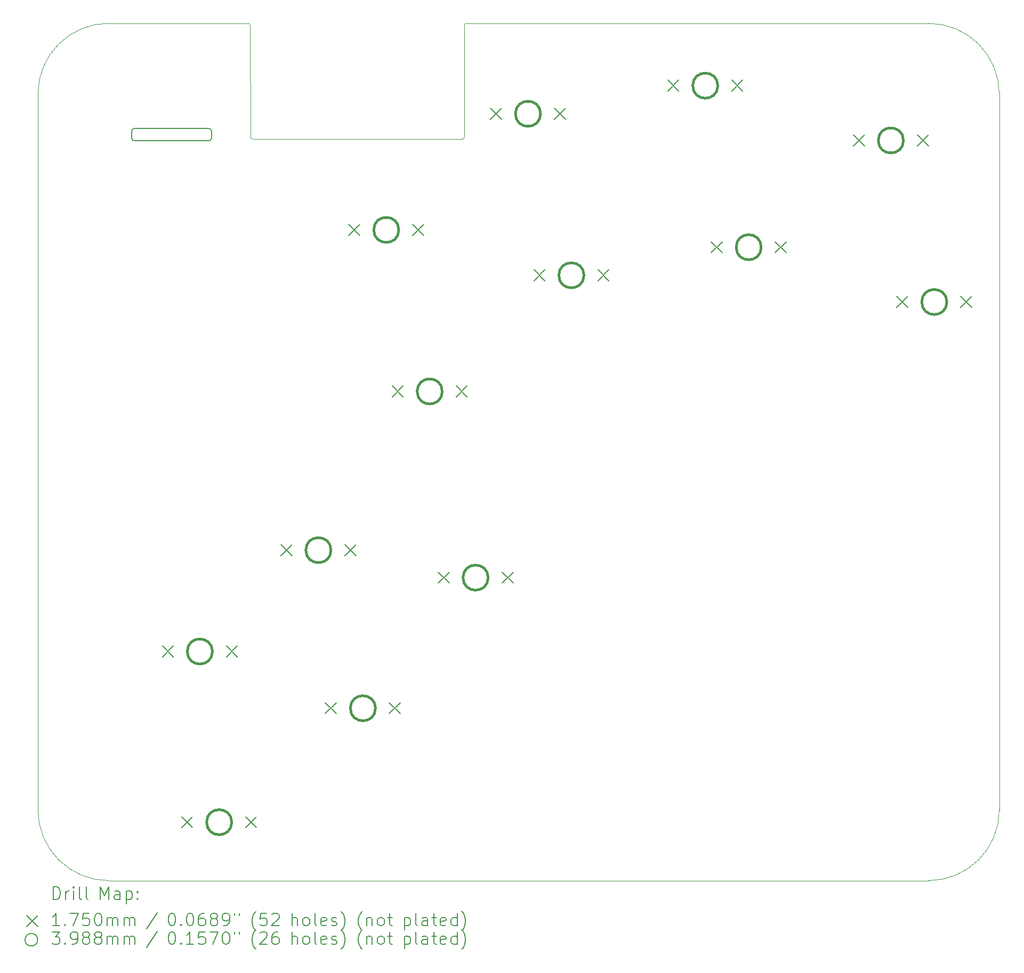
<source format=gbr>
%TF.GenerationSoftware,KiCad,Pcbnew,(7.0.0)*%
%TF.CreationDate,2025-06-06T01:27:25-07:00*%
%TF.ProjectId,HybridBoxNew,48796272-6964-4426-9f78-4e65772e6b69,rev?*%
%TF.SameCoordinates,Original*%
%TF.FileFunction,Drillmap*%
%TF.FilePolarity,Positive*%
%FSLAX45Y45*%
G04 Gerber Fmt 4.5, Leading zero omitted, Abs format (unit mm)*
G04 Created by KiCad (PCBNEW (7.0.0)) date 2025-06-06 01:27:25*
%MOMM*%
%LPD*%
G01*
G04 APERTURE LIST*
%ADD10C,0.100000*%
%ADD11C,0.200000*%
%ADD12C,0.175000*%
%ADD13C,0.398780*%
G04 APERTURE END LIST*
D10*
X25351876Y-5216006D02*
G75*
G03*
X25386876Y-5181000I-6J35006D01*
G01*
D11*
X21369000Y-5089000D02*
G75*
G03*
X21329000Y-5049000I-40000J0D01*
G01*
D10*
X18612000Y-4502000D02*
X18612000Y-15874000D01*
X33882000Y-4502000D02*
X33882000Y-15874000D01*
X19737000Y-16999000D02*
X32757000Y-16999000D01*
D11*
X21329000Y-5242000D02*
G75*
G03*
X21369000Y-5202000I0J40000D01*
G01*
X20141000Y-5049000D02*
G75*
G03*
X20101000Y-5089000I0J-40000D01*
G01*
X20101000Y-5202000D02*
X20101000Y-5089000D01*
D10*
X25386876Y-5181000D02*
X25383500Y-3412748D01*
D11*
X20101000Y-5202000D02*
G75*
G03*
X20141000Y-5242000I40000J0D01*
G01*
X21329000Y-5242000D02*
X20141000Y-5242000D01*
X21369000Y-5089000D02*
X21369000Y-5202000D01*
X20141000Y-5049000D02*
X21329000Y-5049000D01*
D10*
X25418500Y-3377750D02*
G75*
G03*
X25383500Y-3412748I0J-35000D01*
G01*
X19737000Y-3377000D02*
G75*
G03*
X18612000Y-4502000I0J-1125000D01*
G01*
X33882000Y-4502000D02*
G75*
G03*
X32757000Y-3377000I-1125000J0D01*
G01*
X21948500Y-3378000D02*
X19737000Y-3377000D01*
X32757000Y-16999000D02*
G75*
G03*
X33882000Y-15874000I0J1125000D01*
G01*
X21983500Y-3412000D02*
X21987124Y-5181000D01*
X25418500Y-3377749D02*
X32757000Y-3377000D01*
X18612000Y-15874000D02*
G75*
G03*
X19737000Y-16999000I1125000J0D01*
G01*
X21987130Y-5181000D02*
G75*
G03*
X22022124Y-5216000I35000J0D01*
G01*
X21983500Y-3413000D02*
G75*
G03*
X21948500Y-3378000I-35000J0D01*
G01*
X25351876Y-5216000D02*
X22022124Y-5216000D01*
D11*
D12*
X20588118Y-13270844D02*
X20763118Y-13445844D01*
X20763118Y-13270844D02*
X20588118Y-13445844D01*
X20588118Y-13270844D02*
X20763118Y-13445844D01*
X20763118Y-13270844D02*
X20588118Y-13445844D01*
X20895245Y-15983083D02*
X21070245Y-16158083D01*
X21070245Y-15983083D02*
X20895245Y-16158083D01*
X20895245Y-15983083D02*
X21070245Y-16158083D01*
X21070245Y-15983083D02*
X20895245Y-16158083D01*
X21604118Y-13270844D02*
X21779118Y-13445844D01*
X21779118Y-13270844D02*
X21604118Y-13445844D01*
X21604118Y-13270844D02*
X21779118Y-13445844D01*
X21779118Y-13270844D02*
X21604118Y-13445844D01*
X21911245Y-15983083D02*
X22086245Y-16158083D01*
X22086245Y-15983083D02*
X21911245Y-16158083D01*
X21911245Y-15983083D02*
X22086245Y-16158083D01*
X22086245Y-15983083D02*
X21911245Y-16158083D01*
X22471356Y-11660396D02*
X22646356Y-11835396D01*
X22646356Y-11660396D02*
X22471356Y-11835396D01*
X22471356Y-11660396D02*
X22646356Y-11835396D01*
X22646356Y-11660396D02*
X22471356Y-11835396D01*
X23178484Y-14172636D02*
X23353484Y-14347636D01*
X23353484Y-14172636D02*
X23178484Y-14347636D01*
X23178484Y-14172636D02*
X23353484Y-14347636D01*
X23353484Y-14172636D02*
X23178484Y-14347636D01*
X23487356Y-11660396D02*
X23662356Y-11835396D01*
X23662356Y-11660396D02*
X23487356Y-11835396D01*
X23487356Y-11660396D02*
X23662356Y-11835396D01*
X23662356Y-11660396D02*
X23487356Y-11835396D01*
X23549223Y-6572013D02*
X23724223Y-6747013D01*
X23724223Y-6572013D02*
X23549223Y-6747013D01*
X23549223Y-6572013D02*
X23724223Y-6747013D01*
X23724223Y-6572013D02*
X23549223Y-6747013D01*
X24194484Y-14172636D02*
X24369484Y-14347636D01*
X24369484Y-14172636D02*
X24194484Y-14347636D01*
X24194484Y-14172636D02*
X24369484Y-14347636D01*
X24369484Y-14172636D02*
X24194484Y-14347636D01*
X24238797Y-9138837D02*
X24413797Y-9313837D01*
X24413797Y-9138837D02*
X24238797Y-9313837D01*
X24238797Y-9138837D02*
X24413797Y-9313837D01*
X24413797Y-9138837D02*
X24238797Y-9313837D01*
X24565223Y-6572013D02*
X24740223Y-6747013D01*
X24740223Y-6572013D02*
X24565223Y-6747013D01*
X24565223Y-6572013D02*
X24740223Y-6747013D01*
X24740223Y-6572013D02*
X24565223Y-6747013D01*
X24968012Y-12097255D02*
X25143012Y-12272255D01*
X25143012Y-12097255D02*
X24968012Y-12272255D01*
X24968012Y-12097255D02*
X25143012Y-12272255D01*
X25143012Y-12097255D02*
X24968012Y-12272255D01*
X25254797Y-9138837D02*
X25429797Y-9313837D01*
X25429797Y-9138837D02*
X25254797Y-9313837D01*
X25254797Y-9138837D02*
X25429797Y-9313837D01*
X25429797Y-9138837D02*
X25254797Y-9313837D01*
X25800186Y-4726952D02*
X25975186Y-4901952D01*
X25975186Y-4726952D02*
X25800186Y-4901952D01*
X25800186Y-4726952D02*
X25975186Y-4901952D01*
X25975186Y-4726952D02*
X25800186Y-4901952D01*
X25984012Y-12097255D02*
X26159012Y-12272255D01*
X26159012Y-12097255D02*
X25984012Y-12272255D01*
X25984012Y-12097255D02*
X26159012Y-12272255D01*
X26159012Y-12097255D02*
X25984012Y-12272255D01*
X26489785Y-7293873D02*
X26664785Y-7468873D01*
X26664785Y-7293873D02*
X26489785Y-7468873D01*
X26489785Y-7293873D02*
X26664785Y-7468873D01*
X26664785Y-7293873D02*
X26489785Y-7468873D01*
X26816186Y-4726952D02*
X26991186Y-4901952D01*
X26991186Y-4726952D02*
X26816186Y-4901952D01*
X26816186Y-4726952D02*
X26991186Y-4901952D01*
X26991186Y-4726952D02*
X26816186Y-4901952D01*
X27505785Y-7293873D02*
X27680785Y-7468873D01*
X27680785Y-7293873D02*
X27505785Y-7468873D01*
X27505785Y-7293873D02*
X27680785Y-7468873D01*
X27680785Y-7293873D02*
X27505785Y-7468873D01*
X28616067Y-4280433D02*
X28791067Y-4455433D01*
X28791067Y-4280433D02*
X28616067Y-4455433D01*
X28616067Y-4280433D02*
X28791067Y-4455433D01*
X28791067Y-4280433D02*
X28616067Y-4455433D01*
X29305667Y-6847354D02*
X29480667Y-7022354D01*
X29480667Y-6847354D02*
X29305667Y-7022354D01*
X29305667Y-6847354D02*
X29480667Y-7022354D01*
X29480667Y-6847354D02*
X29305667Y-7022354D01*
X29632067Y-4280433D02*
X29807067Y-4455433D01*
X29807067Y-4280433D02*
X29632067Y-4455433D01*
X29632067Y-4280433D02*
X29807067Y-4455433D01*
X29807067Y-4280433D02*
X29632067Y-4455433D01*
X30321667Y-6847354D02*
X30496667Y-7022354D01*
X30496667Y-6847354D02*
X30321667Y-7022354D01*
X30321667Y-6847354D02*
X30496667Y-7022354D01*
X30496667Y-6847354D02*
X30321667Y-7022354D01*
X31564057Y-5150691D02*
X31739057Y-5325691D01*
X31739057Y-5150691D02*
X31564057Y-5325691D01*
X31564057Y-5150691D02*
X31739057Y-5325691D01*
X31739057Y-5150691D02*
X31564057Y-5325691D01*
X32253656Y-7717612D02*
X32428656Y-7892612D01*
X32428656Y-7717612D02*
X32253656Y-7892612D01*
X32253656Y-7717612D02*
X32428656Y-7892612D01*
X32428656Y-7717612D02*
X32253656Y-7892612D01*
X32580057Y-5150691D02*
X32755057Y-5325691D01*
X32755057Y-5150691D02*
X32580057Y-5325691D01*
X32580057Y-5150691D02*
X32755057Y-5325691D01*
X32755057Y-5150691D02*
X32580057Y-5325691D01*
X33269656Y-7717612D02*
X33444656Y-7892612D01*
X33444656Y-7717612D02*
X33269656Y-7892612D01*
X33269656Y-7717612D02*
X33444656Y-7892612D01*
X33444656Y-7717612D02*
X33269656Y-7892612D01*
D13*
X21383008Y-13358344D02*
G75*
G03*
X21383008Y-13358344I-199390J0D01*
G01*
X21383008Y-13358344D02*
G75*
G03*
X21383008Y-13358344I-199390J0D01*
G01*
X21690135Y-16070583D02*
G75*
G03*
X21690135Y-16070583I-199390J0D01*
G01*
X21690135Y-16070583D02*
G75*
G03*
X21690135Y-16070583I-199390J0D01*
G01*
X23266246Y-11747896D02*
G75*
G03*
X23266246Y-11747896I-199390J0D01*
G01*
X23266246Y-11747896D02*
G75*
G03*
X23266246Y-11747896I-199390J0D01*
G01*
X23973374Y-14260136D02*
G75*
G03*
X23973374Y-14260136I-199390J0D01*
G01*
X23973374Y-14260136D02*
G75*
G03*
X23973374Y-14260136I-199390J0D01*
G01*
X24344113Y-6659513D02*
G75*
G03*
X24344113Y-6659513I-199390J0D01*
G01*
X24344113Y-6659513D02*
G75*
G03*
X24344113Y-6659513I-199390J0D01*
G01*
X25033687Y-9226337D02*
G75*
G03*
X25033687Y-9226337I-199390J0D01*
G01*
X25033687Y-9226337D02*
G75*
G03*
X25033687Y-9226337I-199390J0D01*
G01*
X25762902Y-12184755D02*
G75*
G03*
X25762902Y-12184755I-199390J0D01*
G01*
X25762902Y-12184755D02*
G75*
G03*
X25762902Y-12184755I-199390J0D01*
G01*
X26595076Y-4814452D02*
G75*
G03*
X26595076Y-4814452I-199390J0D01*
G01*
X26595076Y-4814452D02*
G75*
G03*
X26595076Y-4814452I-199390J0D01*
G01*
X27284675Y-7381373D02*
G75*
G03*
X27284675Y-7381373I-199390J0D01*
G01*
X27284675Y-7381373D02*
G75*
G03*
X27284675Y-7381373I-199390J0D01*
G01*
X29410957Y-4367933D02*
G75*
G03*
X29410957Y-4367933I-199390J0D01*
G01*
X29410957Y-4367933D02*
G75*
G03*
X29410957Y-4367933I-199390J0D01*
G01*
X30100557Y-6934854D02*
G75*
G03*
X30100557Y-6934854I-199390J0D01*
G01*
X30100557Y-6934854D02*
G75*
G03*
X30100557Y-6934854I-199390J0D01*
G01*
X32358947Y-5238191D02*
G75*
G03*
X32358947Y-5238191I-199390J0D01*
G01*
X32358947Y-5238191D02*
G75*
G03*
X32358947Y-5238191I-199390J0D01*
G01*
X33048546Y-7805112D02*
G75*
G03*
X33048546Y-7805112I-199390J0D01*
G01*
X33048546Y-7805112D02*
G75*
G03*
X33048546Y-7805112I-199390J0D01*
G01*
D11*
X18854619Y-17297476D02*
X18854619Y-17097476D01*
X18854619Y-17097476D02*
X18902238Y-17097476D01*
X18902238Y-17097476D02*
X18930810Y-17107000D01*
X18930810Y-17107000D02*
X18949857Y-17126048D01*
X18949857Y-17126048D02*
X18959381Y-17145095D01*
X18959381Y-17145095D02*
X18968905Y-17183190D01*
X18968905Y-17183190D02*
X18968905Y-17211762D01*
X18968905Y-17211762D02*
X18959381Y-17249857D01*
X18959381Y-17249857D02*
X18949857Y-17268905D01*
X18949857Y-17268905D02*
X18930810Y-17287952D01*
X18930810Y-17287952D02*
X18902238Y-17297476D01*
X18902238Y-17297476D02*
X18854619Y-17297476D01*
X19054619Y-17297476D02*
X19054619Y-17164143D01*
X19054619Y-17202238D02*
X19064143Y-17183190D01*
X19064143Y-17183190D02*
X19073667Y-17173667D01*
X19073667Y-17173667D02*
X19092714Y-17164143D01*
X19092714Y-17164143D02*
X19111762Y-17164143D01*
X19178429Y-17297476D02*
X19178429Y-17164143D01*
X19178429Y-17097476D02*
X19168905Y-17107000D01*
X19168905Y-17107000D02*
X19178429Y-17116524D01*
X19178429Y-17116524D02*
X19187952Y-17107000D01*
X19187952Y-17107000D02*
X19178429Y-17097476D01*
X19178429Y-17097476D02*
X19178429Y-17116524D01*
X19302238Y-17297476D02*
X19283190Y-17287952D01*
X19283190Y-17287952D02*
X19273667Y-17268905D01*
X19273667Y-17268905D02*
X19273667Y-17097476D01*
X19407000Y-17297476D02*
X19387952Y-17287952D01*
X19387952Y-17287952D02*
X19378429Y-17268905D01*
X19378429Y-17268905D02*
X19378429Y-17097476D01*
X19603190Y-17297476D02*
X19603190Y-17097476D01*
X19603190Y-17097476D02*
X19669857Y-17240333D01*
X19669857Y-17240333D02*
X19736524Y-17097476D01*
X19736524Y-17097476D02*
X19736524Y-17297476D01*
X19917476Y-17297476D02*
X19917476Y-17192714D01*
X19917476Y-17192714D02*
X19907952Y-17173667D01*
X19907952Y-17173667D02*
X19888905Y-17164143D01*
X19888905Y-17164143D02*
X19850809Y-17164143D01*
X19850809Y-17164143D02*
X19831762Y-17173667D01*
X19917476Y-17287952D02*
X19898429Y-17297476D01*
X19898429Y-17297476D02*
X19850809Y-17297476D01*
X19850809Y-17297476D02*
X19831762Y-17287952D01*
X19831762Y-17287952D02*
X19822238Y-17268905D01*
X19822238Y-17268905D02*
X19822238Y-17249857D01*
X19822238Y-17249857D02*
X19831762Y-17230810D01*
X19831762Y-17230810D02*
X19850809Y-17221286D01*
X19850809Y-17221286D02*
X19898429Y-17221286D01*
X19898429Y-17221286D02*
X19917476Y-17211762D01*
X20012714Y-17164143D02*
X20012714Y-17364143D01*
X20012714Y-17173667D02*
X20031762Y-17164143D01*
X20031762Y-17164143D02*
X20069857Y-17164143D01*
X20069857Y-17164143D02*
X20088905Y-17173667D01*
X20088905Y-17173667D02*
X20098429Y-17183190D01*
X20098429Y-17183190D02*
X20107952Y-17202238D01*
X20107952Y-17202238D02*
X20107952Y-17259381D01*
X20107952Y-17259381D02*
X20098429Y-17278429D01*
X20098429Y-17278429D02*
X20088905Y-17287952D01*
X20088905Y-17287952D02*
X20069857Y-17297476D01*
X20069857Y-17297476D02*
X20031762Y-17297476D01*
X20031762Y-17297476D02*
X20012714Y-17287952D01*
X20193667Y-17278429D02*
X20203190Y-17287952D01*
X20203190Y-17287952D02*
X20193667Y-17297476D01*
X20193667Y-17297476D02*
X20184143Y-17287952D01*
X20184143Y-17287952D02*
X20193667Y-17278429D01*
X20193667Y-17278429D02*
X20193667Y-17297476D01*
X20193667Y-17173667D02*
X20203190Y-17183190D01*
X20203190Y-17183190D02*
X20193667Y-17192714D01*
X20193667Y-17192714D02*
X20184143Y-17183190D01*
X20184143Y-17183190D02*
X20193667Y-17173667D01*
X20193667Y-17173667D02*
X20193667Y-17192714D01*
D12*
X18432000Y-17556500D02*
X18607000Y-17731500D01*
X18607000Y-17556500D02*
X18432000Y-17731500D01*
D11*
X18959381Y-17717476D02*
X18845095Y-17717476D01*
X18902238Y-17717476D02*
X18902238Y-17517476D01*
X18902238Y-17517476D02*
X18883190Y-17546048D01*
X18883190Y-17546048D02*
X18864143Y-17565095D01*
X18864143Y-17565095D02*
X18845095Y-17574619D01*
X19045095Y-17698429D02*
X19054619Y-17707952D01*
X19054619Y-17707952D02*
X19045095Y-17717476D01*
X19045095Y-17717476D02*
X19035571Y-17707952D01*
X19035571Y-17707952D02*
X19045095Y-17698429D01*
X19045095Y-17698429D02*
X19045095Y-17717476D01*
X19121286Y-17517476D02*
X19254619Y-17517476D01*
X19254619Y-17517476D02*
X19168905Y-17717476D01*
X19426048Y-17517476D02*
X19330810Y-17517476D01*
X19330810Y-17517476D02*
X19321286Y-17612714D01*
X19321286Y-17612714D02*
X19330810Y-17603190D01*
X19330810Y-17603190D02*
X19349857Y-17593667D01*
X19349857Y-17593667D02*
X19397476Y-17593667D01*
X19397476Y-17593667D02*
X19416524Y-17603190D01*
X19416524Y-17603190D02*
X19426048Y-17612714D01*
X19426048Y-17612714D02*
X19435571Y-17631762D01*
X19435571Y-17631762D02*
X19435571Y-17679381D01*
X19435571Y-17679381D02*
X19426048Y-17698429D01*
X19426048Y-17698429D02*
X19416524Y-17707952D01*
X19416524Y-17707952D02*
X19397476Y-17717476D01*
X19397476Y-17717476D02*
X19349857Y-17717476D01*
X19349857Y-17717476D02*
X19330810Y-17707952D01*
X19330810Y-17707952D02*
X19321286Y-17698429D01*
X19559381Y-17517476D02*
X19578429Y-17517476D01*
X19578429Y-17517476D02*
X19597476Y-17527000D01*
X19597476Y-17527000D02*
X19607000Y-17536524D01*
X19607000Y-17536524D02*
X19616524Y-17555571D01*
X19616524Y-17555571D02*
X19626048Y-17593667D01*
X19626048Y-17593667D02*
X19626048Y-17641286D01*
X19626048Y-17641286D02*
X19616524Y-17679381D01*
X19616524Y-17679381D02*
X19607000Y-17698429D01*
X19607000Y-17698429D02*
X19597476Y-17707952D01*
X19597476Y-17707952D02*
X19578429Y-17717476D01*
X19578429Y-17717476D02*
X19559381Y-17717476D01*
X19559381Y-17717476D02*
X19540333Y-17707952D01*
X19540333Y-17707952D02*
X19530810Y-17698429D01*
X19530810Y-17698429D02*
X19521286Y-17679381D01*
X19521286Y-17679381D02*
X19511762Y-17641286D01*
X19511762Y-17641286D02*
X19511762Y-17593667D01*
X19511762Y-17593667D02*
X19521286Y-17555571D01*
X19521286Y-17555571D02*
X19530810Y-17536524D01*
X19530810Y-17536524D02*
X19540333Y-17527000D01*
X19540333Y-17527000D02*
X19559381Y-17517476D01*
X19711762Y-17717476D02*
X19711762Y-17584143D01*
X19711762Y-17603190D02*
X19721286Y-17593667D01*
X19721286Y-17593667D02*
X19740333Y-17584143D01*
X19740333Y-17584143D02*
X19768905Y-17584143D01*
X19768905Y-17584143D02*
X19787952Y-17593667D01*
X19787952Y-17593667D02*
X19797476Y-17612714D01*
X19797476Y-17612714D02*
X19797476Y-17717476D01*
X19797476Y-17612714D02*
X19807000Y-17593667D01*
X19807000Y-17593667D02*
X19826048Y-17584143D01*
X19826048Y-17584143D02*
X19854619Y-17584143D01*
X19854619Y-17584143D02*
X19873667Y-17593667D01*
X19873667Y-17593667D02*
X19883191Y-17612714D01*
X19883191Y-17612714D02*
X19883191Y-17717476D01*
X19978429Y-17717476D02*
X19978429Y-17584143D01*
X19978429Y-17603190D02*
X19987952Y-17593667D01*
X19987952Y-17593667D02*
X20007000Y-17584143D01*
X20007000Y-17584143D02*
X20035572Y-17584143D01*
X20035572Y-17584143D02*
X20054619Y-17593667D01*
X20054619Y-17593667D02*
X20064143Y-17612714D01*
X20064143Y-17612714D02*
X20064143Y-17717476D01*
X20064143Y-17612714D02*
X20073667Y-17593667D01*
X20073667Y-17593667D02*
X20092714Y-17584143D01*
X20092714Y-17584143D02*
X20121286Y-17584143D01*
X20121286Y-17584143D02*
X20140333Y-17593667D01*
X20140333Y-17593667D02*
X20149857Y-17612714D01*
X20149857Y-17612714D02*
X20149857Y-17717476D01*
X20507952Y-17507952D02*
X20336524Y-17765095D01*
X20732714Y-17517476D02*
X20751762Y-17517476D01*
X20751762Y-17517476D02*
X20770810Y-17527000D01*
X20770810Y-17527000D02*
X20780333Y-17536524D01*
X20780333Y-17536524D02*
X20789857Y-17555571D01*
X20789857Y-17555571D02*
X20799381Y-17593667D01*
X20799381Y-17593667D02*
X20799381Y-17641286D01*
X20799381Y-17641286D02*
X20789857Y-17679381D01*
X20789857Y-17679381D02*
X20780333Y-17698429D01*
X20780333Y-17698429D02*
X20770810Y-17707952D01*
X20770810Y-17707952D02*
X20751762Y-17717476D01*
X20751762Y-17717476D02*
X20732714Y-17717476D01*
X20732714Y-17717476D02*
X20713667Y-17707952D01*
X20713667Y-17707952D02*
X20704143Y-17698429D01*
X20704143Y-17698429D02*
X20694619Y-17679381D01*
X20694619Y-17679381D02*
X20685095Y-17641286D01*
X20685095Y-17641286D02*
X20685095Y-17593667D01*
X20685095Y-17593667D02*
X20694619Y-17555571D01*
X20694619Y-17555571D02*
X20704143Y-17536524D01*
X20704143Y-17536524D02*
X20713667Y-17527000D01*
X20713667Y-17527000D02*
X20732714Y-17517476D01*
X20885095Y-17698429D02*
X20894619Y-17707952D01*
X20894619Y-17707952D02*
X20885095Y-17717476D01*
X20885095Y-17717476D02*
X20875572Y-17707952D01*
X20875572Y-17707952D02*
X20885095Y-17698429D01*
X20885095Y-17698429D02*
X20885095Y-17717476D01*
X21018429Y-17517476D02*
X21037476Y-17517476D01*
X21037476Y-17517476D02*
X21056524Y-17527000D01*
X21056524Y-17527000D02*
X21066048Y-17536524D01*
X21066048Y-17536524D02*
X21075572Y-17555571D01*
X21075572Y-17555571D02*
X21085095Y-17593667D01*
X21085095Y-17593667D02*
X21085095Y-17641286D01*
X21085095Y-17641286D02*
X21075572Y-17679381D01*
X21075572Y-17679381D02*
X21066048Y-17698429D01*
X21066048Y-17698429D02*
X21056524Y-17707952D01*
X21056524Y-17707952D02*
X21037476Y-17717476D01*
X21037476Y-17717476D02*
X21018429Y-17717476D01*
X21018429Y-17717476D02*
X20999381Y-17707952D01*
X20999381Y-17707952D02*
X20989857Y-17698429D01*
X20989857Y-17698429D02*
X20980333Y-17679381D01*
X20980333Y-17679381D02*
X20970810Y-17641286D01*
X20970810Y-17641286D02*
X20970810Y-17593667D01*
X20970810Y-17593667D02*
X20980333Y-17555571D01*
X20980333Y-17555571D02*
X20989857Y-17536524D01*
X20989857Y-17536524D02*
X20999381Y-17527000D01*
X20999381Y-17527000D02*
X21018429Y-17517476D01*
X21256524Y-17517476D02*
X21218429Y-17517476D01*
X21218429Y-17517476D02*
X21199381Y-17527000D01*
X21199381Y-17527000D02*
X21189857Y-17536524D01*
X21189857Y-17536524D02*
X21170810Y-17565095D01*
X21170810Y-17565095D02*
X21161286Y-17603190D01*
X21161286Y-17603190D02*
X21161286Y-17679381D01*
X21161286Y-17679381D02*
X21170810Y-17698429D01*
X21170810Y-17698429D02*
X21180333Y-17707952D01*
X21180333Y-17707952D02*
X21199381Y-17717476D01*
X21199381Y-17717476D02*
X21237476Y-17717476D01*
X21237476Y-17717476D02*
X21256524Y-17707952D01*
X21256524Y-17707952D02*
X21266048Y-17698429D01*
X21266048Y-17698429D02*
X21275572Y-17679381D01*
X21275572Y-17679381D02*
X21275572Y-17631762D01*
X21275572Y-17631762D02*
X21266048Y-17612714D01*
X21266048Y-17612714D02*
X21256524Y-17603190D01*
X21256524Y-17603190D02*
X21237476Y-17593667D01*
X21237476Y-17593667D02*
X21199381Y-17593667D01*
X21199381Y-17593667D02*
X21180333Y-17603190D01*
X21180333Y-17603190D02*
X21170810Y-17612714D01*
X21170810Y-17612714D02*
X21161286Y-17631762D01*
X21389857Y-17603190D02*
X21370810Y-17593667D01*
X21370810Y-17593667D02*
X21361286Y-17584143D01*
X21361286Y-17584143D02*
X21351762Y-17565095D01*
X21351762Y-17565095D02*
X21351762Y-17555571D01*
X21351762Y-17555571D02*
X21361286Y-17536524D01*
X21361286Y-17536524D02*
X21370810Y-17527000D01*
X21370810Y-17527000D02*
X21389857Y-17517476D01*
X21389857Y-17517476D02*
X21427953Y-17517476D01*
X21427953Y-17517476D02*
X21447000Y-17527000D01*
X21447000Y-17527000D02*
X21456524Y-17536524D01*
X21456524Y-17536524D02*
X21466048Y-17555571D01*
X21466048Y-17555571D02*
X21466048Y-17565095D01*
X21466048Y-17565095D02*
X21456524Y-17584143D01*
X21456524Y-17584143D02*
X21447000Y-17593667D01*
X21447000Y-17593667D02*
X21427953Y-17603190D01*
X21427953Y-17603190D02*
X21389857Y-17603190D01*
X21389857Y-17603190D02*
X21370810Y-17612714D01*
X21370810Y-17612714D02*
X21361286Y-17622238D01*
X21361286Y-17622238D02*
X21351762Y-17641286D01*
X21351762Y-17641286D02*
X21351762Y-17679381D01*
X21351762Y-17679381D02*
X21361286Y-17698429D01*
X21361286Y-17698429D02*
X21370810Y-17707952D01*
X21370810Y-17707952D02*
X21389857Y-17717476D01*
X21389857Y-17717476D02*
X21427953Y-17717476D01*
X21427953Y-17717476D02*
X21447000Y-17707952D01*
X21447000Y-17707952D02*
X21456524Y-17698429D01*
X21456524Y-17698429D02*
X21466048Y-17679381D01*
X21466048Y-17679381D02*
X21466048Y-17641286D01*
X21466048Y-17641286D02*
X21456524Y-17622238D01*
X21456524Y-17622238D02*
X21447000Y-17612714D01*
X21447000Y-17612714D02*
X21427953Y-17603190D01*
X21561286Y-17717476D02*
X21599381Y-17717476D01*
X21599381Y-17717476D02*
X21618429Y-17707952D01*
X21618429Y-17707952D02*
X21627953Y-17698429D01*
X21627953Y-17698429D02*
X21647000Y-17669857D01*
X21647000Y-17669857D02*
X21656524Y-17631762D01*
X21656524Y-17631762D02*
X21656524Y-17555571D01*
X21656524Y-17555571D02*
X21647000Y-17536524D01*
X21647000Y-17536524D02*
X21637476Y-17527000D01*
X21637476Y-17527000D02*
X21618429Y-17517476D01*
X21618429Y-17517476D02*
X21580333Y-17517476D01*
X21580333Y-17517476D02*
X21561286Y-17527000D01*
X21561286Y-17527000D02*
X21551762Y-17536524D01*
X21551762Y-17536524D02*
X21542238Y-17555571D01*
X21542238Y-17555571D02*
X21542238Y-17603190D01*
X21542238Y-17603190D02*
X21551762Y-17622238D01*
X21551762Y-17622238D02*
X21561286Y-17631762D01*
X21561286Y-17631762D02*
X21580333Y-17641286D01*
X21580333Y-17641286D02*
X21618429Y-17641286D01*
X21618429Y-17641286D02*
X21637476Y-17631762D01*
X21637476Y-17631762D02*
X21647000Y-17622238D01*
X21647000Y-17622238D02*
X21656524Y-17603190D01*
X21732714Y-17517476D02*
X21732714Y-17555571D01*
X21808905Y-17517476D02*
X21808905Y-17555571D01*
X22071762Y-17793667D02*
X22062238Y-17784143D01*
X22062238Y-17784143D02*
X22043191Y-17755571D01*
X22043191Y-17755571D02*
X22033667Y-17736524D01*
X22033667Y-17736524D02*
X22024143Y-17707952D01*
X22024143Y-17707952D02*
X22014619Y-17660333D01*
X22014619Y-17660333D02*
X22014619Y-17622238D01*
X22014619Y-17622238D02*
X22024143Y-17574619D01*
X22024143Y-17574619D02*
X22033667Y-17546048D01*
X22033667Y-17546048D02*
X22043191Y-17527000D01*
X22043191Y-17527000D02*
X22062238Y-17498429D01*
X22062238Y-17498429D02*
X22071762Y-17488905D01*
X22243191Y-17517476D02*
X22147953Y-17517476D01*
X22147953Y-17517476D02*
X22138429Y-17612714D01*
X22138429Y-17612714D02*
X22147953Y-17603190D01*
X22147953Y-17603190D02*
X22167000Y-17593667D01*
X22167000Y-17593667D02*
X22214619Y-17593667D01*
X22214619Y-17593667D02*
X22233667Y-17603190D01*
X22233667Y-17603190D02*
X22243191Y-17612714D01*
X22243191Y-17612714D02*
X22252714Y-17631762D01*
X22252714Y-17631762D02*
X22252714Y-17679381D01*
X22252714Y-17679381D02*
X22243191Y-17698429D01*
X22243191Y-17698429D02*
X22233667Y-17707952D01*
X22233667Y-17707952D02*
X22214619Y-17717476D01*
X22214619Y-17717476D02*
X22167000Y-17717476D01*
X22167000Y-17717476D02*
X22147953Y-17707952D01*
X22147953Y-17707952D02*
X22138429Y-17698429D01*
X22328905Y-17536524D02*
X22338429Y-17527000D01*
X22338429Y-17527000D02*
X22357476Y-17517476D01*
X22357476Y-17517476D02*
X22405095Y-17517476D01*
X22405095Y-17517476D02*
X22424143Y-17527000D01*
X22424143Y-17527000D02*
X22433667Y-17536524D01*
X22433667Y-17536524D02*
X22443191Y-17555571D01*
X22443191Y-17555571D02*
X22443191Y-17574619D01*
X22443191Y-17574619D02*
X22433667Y-17603190D01*
X22433667Y-17603190D02*
X22319381Y-17717476D01*
X22319381Y-17717476D02*
X22443191Y-17717476D01*
X22648905Y-17717476D02*
X22648905Y-17517476D01*
X22734619Y-17717476D02*
X22734619Y-17612714D01*
X22734619Y-17612714D02*
X22725095Y-17593667D01*
X22725095Y-17593667D02*
X22706048Y-17584143D01*
X22706048Y-17584143D02*
X22677476Y-17584143D01*
X22677476Y-17584143D02*
X22658429Y-17593667D01*
X22658429Y-17593667D02*
X22648905Y-17603190D01*
X22858429Y-17717476D02*
X22839381Y-17707952D01*
X22839381Y-17707952D02*
X22829857Y-17698429D01*
X22829857Y-17698429D02*
X22820333Y-17679381D01*
X22820333Y-17679381D02*
X22820333Y-17622238D01*
X22820333Y-17622238D02*
X22829857Y-17603190D01*
X22829857Y-17603190D02*
X22839381Y-17593667D01*
X22839381Y-17593667D02*
X22858429Y-17584143D01*
X22858429Y-17584143D02*
X22887000Y-17584143D01*
X22887000Y-17584143D02*
X22906048Y-17593667D01*
X22906048Y-17593667D02*
X22915572Y-17603190D01*
X22915572Y-17603190D02*
X22925095Y-17622238D01*
X22925095Y-17622238D02*
X22925095Y-17679381D01*
X22925095Y-17679381D02*
X22915572Y-17698429D01*
X22915572Y-17698429D02*
X22906048Y-17707952D01*
X22906048Y-17707952D02*
X22887000Y-17717476D01*
X22887000Y-17717476D02*
X22858429Y-17717476D01*
X23039381Y-17717476D02*
X23020333Y-17707952D01*
X23020333Y-17707952D02*
X23010810Y-17688905D01*
X23010810Y-17688905D02*
X23010810Y-17517476D01*
X23191762Y-17707952D02*
X23172714Y-17717476D01*
X23172714Y-17717476D02*
X23134619Y-17717476D01*
X23134619Y-17717476D02*
X23115572Y-17707952D01*
X23115572Y-17707952D02*
X23106048Y-17688905D01*
X23106048Y-17688905D02*
X23106048Y-17612714D01*
X23106048Y-17612714D02*
X23115572Y-17593667D01*
X23115572Y-17593667D02*
X23134619Y-17584143D01*
X23134619Y-17584143D02*
X23172714Y-17584143D01*
X23172714Y-17584143D02*
X23191762Y-17593667D01*
X23191762Y-17593667D02*
X23201286Y-17612714D01*
X23201286Y-17612714D02*
X23201286Y-17631762D01*
X23201286Y-17631762D02*
X23106048Y-17650810D01*
X23277476Y-17707952D02*
X23296524Y-17717476D01*
X23296524Y-17717476D02*
X23334619Y-17717476D01*
X23334619Y-17717476D02*
X23353667Y-17707952D01*
X23353667Y-17707952D02*
X23363191Y-17688905D01*
X23363191Y-17688905D02*
X23363191Y-17679381D01*
X23363191Y-17679381D02*
X23353667Y-17660333D01*
X23353667Y-17660333D02*
X23334619Y-17650810D01*
X23334619Y-17650810D02*
X23306048Y-17650810D01*
X23306048Y-17650810D02*
X23287000Y-17641286D01*
X23287000Y-17641286D02*
X23277476Y-17622238D01*
X23277476Y-17622238D02*
X23277476Y-17612714D01*
X23277476Y-17612714D02*
X23287000Y-17593667D01*
X23287000Y-17593667D02*
X23306048Y-17584143D01*
X23306048Y-17584143D02*
X23334619Y-17584143D01*
X23334619Y-17584143D02*
X23353667Y-17593667D01*
X23429857Y-17793667D02*
X23439381Y-17784143D01*
X23439381Y-17784143D02*
X23458429Y-17755571D01*
X23458429Y-17755571D02*
X23467953Y-17736524D01*
X23467953Y-17736524D02*
X23477476Y-17707952D01*
X23477476Y-17707952D02*
X23487000Y-17660333D01*
X23487000Y-17660333D02*
X23487000Y-17622238D01*
X23487000Y-17622238D02*
X23477476Y-17574619D01*
X23477476Y-17574619D02*
X23467953Y-17546048D01*
X23467953Y-17546048D02*
X23458429Y-17527000D01*
X23458429Y-17527000D02*
X23439381Y-17498429D01*
X23439381Y-17498429D02*
X23429857Y-17488905D01*
X23759381Y-17793667D02*
X23749857Y-17784143D01*
X23749857Y-17784143D02*
X23730810Y-17755571D01*
X23730810Y-17755571D02*
X23721286Y-17736524D01*
X23721286Y-17736524D02*
X23711762Y-17707952D01*
X23711762Y-17707952D02*
X23702238Y-17660333D01*
X23702238Y-17660333D02*
X23702238Y-17622238D01*
X23702238Y-17622238D02*
X23711762Y-17574619D01*
X23711762Y-17574619D02*
X23721286Y-17546048D01*
X23721286Y-17546048D02*
X23730810Y-17527000D01*
X23730810Y-17527000D02*
X23749857Y-17498429D01*
X23749857Y-17498429D02*
X23759381Y-17488905D01*
X23835572Y-17584143D02*
X23835572Y-17717476D01*
X23835572Y-17603190D02*
X23845095Y-17593667D01*
X23845095Y-17593667D02*
X23864143Y-17584143D01*
X23864143Y-17584143D02*
X23892714Y-17584143D01*
X23892714Y-17584143D02*
X23911762Y-17593667D01*
X23911762Y-17593667D02*
X23921286Y-17612714D01*
X23921286Y-17612714D02*
X23921286Y-17717476D01*
X24045095Y-17717476D02*
X24026048Y-17707952D01*
X24026048Y-17707952D02*
X24016524Y-17698429D01*
X24016524Y-17698429D02*
X24007000Y-17679381D01*
X24007000Y-17679381D02*
X24007000Y-17622238D01*
X24007000Y-17622238D02*
X24016524Y-17603190D01*
X24016524Y-17603190D02*
X24026048Y-17593667D01*
X24026048Y-17593667D02*
X24045095Y-17584143D01*
X24045095Y-17584143D02*
X24073667Y-17584143D01*
X24073667Y-17584143D02*
X24092714Y-17593667D01*
X24092714Y-17593667D02*
X24102238Y-17603190D01*
X24102238Y-17603190D02*
X24111762Y-17622238D01*
X24111762Y-17622238D02*
X24111762Y-17679381D01*
X24111762Y-17679381D02*
X24102238Y-17698429D01*
X24102238Y-17698429D02*
X24092714Y-17707952D01*
X24092714Y-17707952D02*
X24073667Y-17717476D01*
X24073667Y-17717476D02*
X24045095Y-17717476D01*
X24168905Y-17584143D02*
X24245095Y-17584143D01*
X24197476Y-17517476D02*
X24197476Y-17688905D01*
X24197476Y-17688905D02*
X24207000Y-17707952D01*
X24207000Y-17707952D02*
X24226048Y-17717476D01*
X24226048Y-17717476D02*
X24245095Y-17717476D01*
X24431762Y-17584143D02*
X24431762Y-17784143D01*
X24431762Y-17593667D02*
X24450810Y-17584143D01*
X24450810Y-17584143D02*
X24488905Y-17584143D01*
X24488905Y-17584143D02*
X24507953Y-17593667D01*
X24507953Y-17593667D02*
X24517476Y-17603190D01*
X24517476Y-17603190D02*
X24527000Y-17622238D01*
X24527000Y-17622238D02*
X24527000Y-17679381D01*
X24527000Y-17679381D02*
X24517476Y-17698429D01*
X24517476Y-17698429D02*
X24507953Y-17707952D01*
X24507953Y-17707952D02*
X24488905Y-17717476D01*
X24488905Y-17717476D02*
X24450810Y-17717476D01*
X24450810Y-17717476D02*
X24431762Y-17707952D01*
X24641286Y-17717476D02*
X24622238Y-17707952D01*
X24622238Y-17707952D02*
X24612714Y-17688905D01*
X24612714Y-17688905D02*
X24612714Y-17517476D01*
X24803191Y-17717476D02*
X24803191Y-17612714D01*
X24803191Y-17612714D02*
X24793667Y-17593667D01*
X24793667Y-17593667D02*
X24774619Y-17584143D01*
X24774619Y-17584143D02*
X24736524Y-17584143D01*
X24736524Y-17584143D02*
X24717476Y-17593667D01*
X24803191Y-17707952D02*
X24784143Y-17717476D01*
X24784143Y-17717476D02*
X24736524Y-17717476D01*
X24736524Y-17717476D02*
X24717476Y-17707952D01*
X24717476Y-17707952D02*
X24707953Y-17688905D01*
X24707953Y-17688905D02*
X24707953Y-17669857D01*
X24707953Y-17669857D02*
X24717476Y-17650810D01*
X24717476Y-17650810D02*
X24736524Y-17641286D01*
X24736524Y-17641286D02*
X24784143Y-17641286D01*
X24784143Y-17641286D02*
X24803191Y-17631762D01*
X24869857Y-17584143D02*
X24946048Y-17584143D01*
X24898429Y-17517476D02*
X24898429Y-17688905D01*
X24898429Y-17688905D02*
X24907953Y-17707952D01*
X24907953Y-17707952D02*
X24927000Y-17717476D01*
X24927000Y-17717476D02*
X24946048Y-17717476D01*
X25088905Y-17707952D02*
X25069857Y-17717476D01*
X25069857Y-17717476D02*
X25031762Y-17717476D01*
X25031762Y-17717476D02*
X25012714Y-17707952D01*
X25012714Y-17707952D02*
X25003191Y-17688905D01*
X25003191Y-17688905D02*
X25003191Y-17612714D01*
X25003191Y-17612714D02*
X25012714Y-17593667D01*
X25012714Y-17593667D02*
X25031762Y-17584143D01*
X25031762Y-17584143D02*
X25069857Y-17584143D01*
X25069857Y-17584143D02*
X25088905Y-17593667D01*
X25088905Y-17593667D02*
X25098429Y-17612714D01*
X25098429Y-17612714D02*
X25098429Y-17631762D01*
X25098429Y-17631762D02*
X25003191Y-17650810D01*
X25269857Y-17717476D02*
X25269857Y-17517476D01*
X25269857Y-17707952D02*
X25250810Y-17717476D01*
X25250810Y-17717476D02*
X25212714Y-17717476D01*
X25212714Y-17717476D02*
X25193667Y-17707952D01*
X25193667Y-17707952D02*
X25184143Y-17698429D01*
X25184143Y-17698429D02*
X25174619Y-17679381D01*
X25174619Y-17679381D02*
X25174619Y-17622238D01*
X25174619Y-17622238D02*
X25184143Y-17603190D01*
X25184143Y-17603190D02*
X25193667Y-17593667D01*
X25193667Y-17593667D02*
X25212714Y-17584143D01*
X25212714Y-17584143D02*
X25250810Y-17584143D01*
X25250810Y-17584143D02*
X25269857Y-17593667D01*
X25346048Y-17793667D02*
X25355572Y-17784143D01*
X25355572Y-17784143D02*
X25374619Y-17755571D01*
X25374619Y-17755571D02*
X25384143Y-17736524D01*
X25384143Y-17736524D02*
X25393667Y-17707952D01*
X25393667Y-17707952D02*
X25403191Y-17660333D01*
X25403191Y-17660333D02*
X25403191Y-17622238D01*
X25403191Y-17622238D02*
X25393667Y-17574619D01*
X25393667Y-17574619D02*
X25384143Y-17546048D01*
X25384143Y-17546048D02*
X25374619Y-17527000D01*
X25374619Y-17527000D02*
X25355572Y-17498429D01*
X25355572Y-17498429D02*
X25346048Y-17488905D01*
X18607000Y-17939000D02*
G75*
G03*
X18607000Y-17939000I-100000J0D01*
G01*
X18835571Y-17812476D02*
X18959381Y-17812476D01*
X18959381Y-17812476D02*
X18892714Y-17888667D01*
X18892714Y-17888667D02*
X18921286Y-17888667D01*
X18921286Y-17888667D02*
X18940333Y-17898190D01*
X18940333Y-17898190D02*
X18949857Y-17907714D01*
X18949857Y-17907714D02*
X18959381Y-17926762D01*
X18959381Y-17926762D02*
X18959381Y-17974381D01*
X18959381Y-17974381D02*
X18949857Y-17993429D01*
X18949857Y-17993429D02*
X18940333Y-18002952D01*
X18940333Y-18002952D02*
X18921286Y-18012476D01*
X18921286Y-18012476D02*
X18864143Y-18012476D01*
X18864143Y-18012476D02*
X18845095Y-18002952D01*
X18845095Y-18002952D02*
X18835571Y-17993429D01*
X19045095Y-17993429D02*
X19054619Y-18002952D01*
X19054619Y-18002952D02*
X19045095Y-18012476D01*
X19045095Y-18012476D02*
X19035571Y-18002952D01*
X19035571Y-18002952D02*
X19045095Y-17993429D01*
X19045095Y-17993429D02*
X19045095Y-18012476D01*
X19149857Y-18012476D02*
X19187952Y-18012476D01*
X19187952Y-18012476D02*
X19207000Y-18002952D01*
X19207000Y-18002952D02*
X19216524Y-17993429D01*
X19216524Y-17993429D02*
X19235571Y-17964857D01*
X19235571Y-17964857D02*
X19245095Y-17926762D01*
X19245095Y-17926762D02*
X19245095Y-17850571D01*
X19245095Y-17850571D02*
X19235571Y-17831524D01*
X19235571Y-17831524D02*
X19226048Y-17822000D01*
X19226048Y-17822000D02*
X19207000Y-17812476D01*
X19207000Y-17812476D02*
X19168905Y-17812476D01*
X19168905Y-17812476D02*
X19149857Y-17822000D01*
X19149857Y-17822000D02*
X19140333Y-17831524D01*
X19140333Y-17831524D02*
X19130810Y-17850571D01*
X19130810Y-17850571D02*
X19130810Y-17898190D01*
X19130810Y-17898190D02*
X19140333Y-17917238D01*
X19140333Y-17917238D02*
X19149857Y-17926762D01*
X19149857Y-17926762D02*
X19168905Y-17936286D01*
X19168905Y-17936286D02*
X19207000Y-17936286D01*
X19207000Y-17936286D02*
X19226048Y-17926762D01*
X19226048Y-17926762D02*
X19235571Y-17917238D01*
X19235571Y-17917238D02*
X19245095Y-17898190D01*
X19359381Y-17898190D02*
X19340333Y-17888667D01*
X19340333Y-17888667D02*
X19330810Y-17879143D01*
X19330810Y-17879143D02*
X19321286Y-17860095D01*
X19321286Y-17860095D02*
X19321286Y-17850571D01*
X19321286Y-17850571D02*
X19330810Y-17831524D01*
X19330810Y-17831524D02*
X19340333Y-17822000D01*
X19340333Y-17822000D02*
X19359381Y-17812476D01*
X19359381Y-17812476D02*
X19397476Y-17812476D01*
X19397476Y-17812476D02*
X19416524Y-17822000D01*
X19416524Y-17822000D02*
X19426048Y-17831524D01*
X19426048Y-17831524D02*
X19435571Y-17850571D01*
X19435571Y-17850571D02*
X19435571Y-17860095D01*
X19435571Y-17860095D02*
X19426048Y-17879143D01*
X19426048Y-17879143D02*
X19416524Y-17888667D01*
X19416524Y-17888667D02*
X19397476Y-17898190D01*
X19397476Y-17898190D02*
X19359381Y-17898190D01*
X19359381Y-17898190D02*
X19340333Y-17907714D01*
X19340333Y-17907714D02*
X19330810Y-17917238D01*
X19330810Y-17917238D02*
X19321286Y-17936286D01*
X19321286Y-17936286D02*
X19321286Y-17974381D01*
X19321286Y-17974381D02*
X19330810Y-17993429D01*
X19330810Y-17993429D02*
X19340333Y-18002952D01*
X19340333Y-18002952D02*
X19359381Y-18012476D01*
X19359381Y-18012476D02*
X19397476Y-18012476D01*
X19397476Y-18012476D02*
X19416524Y-18002952D01*
X19416524Y-18002952D02*
X19426048Y-17993429D01*
X19426048Y-17993429D02*
X19435571Y-17974381D01*
X19435571Y-17974381D02*
X19435571Y-17936286D01*
X19435571Y-17936286D02*
X19426048Y-17917238D01*
X19426048Y-17917238D02*
X19416524Y-17907714D01*
X19416524Y-17907714D02*
X19397476Y-17898190D01*
X19549857Y-17898190D02*
X19530810Y-17888667D01*
X19530810Y-17888667D02*
X19521286Y-17879143D01*
X19521286Y-17879143D02*
X19511762Y-17860095D01*
X19511762Y-17860095D02*
X19511762Y-17850571D01*
X19511762Y-17850571D02*
X19521286Y-17831524D01*
X19521286Y-17831524D02*
X19530810Y-17822000D01*
X19530810Y-17822000D02*
X19549857Y-17812476D01*
X19549857Y-17812476D02*
X19587952Y-17812476D01*
X19587952Y-17812476D02*
X19607000Y-17822000D01*
X19607000Y-17822000D02*
X19616524Y-17831524D01*
X19616524Y-17831524D02*
X19626048Y-17850571D01*
X19626048Y-17850571D02*
X19626048Y-17860095D01*
X19626048Y-17860095D02*
X19616524Y-17879143D01*
X19616524Y-17879143D02*
X19607000Y-17888667D01*
X19607000Y-17888667D02*
X19587952Y-17898190D01*
X19587952Y-17898190D02*
X19549857Y-17898190D01*
X19549857Y-17898190D02*
X19530810Y-17907714D01*
X19530810Y-17907714D02*
X19521286Y-17917238D01*
X19521286Y-17917238D02*
X19511762Y-17936286D01*
X19511762Y-17936286D02*
X19511762Y-17974381D01*
X19511762Y-17974381D02*
X19521286Y-17993429D01*
X19521286Y-17993429D02*
X19530810Y-18002952D01*
X19530810Y-18002952D02*
X19549857Y-18012476D01*
X19549857Y-18012476D02*
X19587952Y-18012476D01*
X19587952Y-18012476D02*
X19607000Y-18002952D01*
X19607000Y-18002952D02*
X19616524Y-17993429D01*
X19616524Y-17993429D02*
X19626048Y-17974381D01*
X19626048Y-17974381D02*
X19626048Y-17936286D01*
X19626048Y-17936286D02*
X19616524Y-17917238D01*
X19616524Y-17917238D02*
X19607000Y-17907714D01*
X19607000Y-17907714D02*
X19587952Y-17898190D01*
X19711762Y-18012476D02*
X19711762Y-17879143D01*
X19711762Y-17898190D02*
X19721286Y-17888667D01*
X19721286Y-17888667D02*
X19740333Y-17879143D01*
X19740333Y-17879143D02*
X19768905Y-17879143D01*
X19768905Y-17879143D02*
X19787952Y-17888667D01*
X19787952Y-17888667D02*
X19797476Y-17907714D01*
X19797476Y-17907714D02*
X19797476Y-18012476D01*
X19797476Y-17907714D02*
X19807000Y-17888667D01*
X19807000Y-17888667D02*
X19826048Y-17879143D01*
X19826048Y-17879143D02*
X19854619Y-17879143D01*
X19854619Y-17879143D02*
X19873667Y-17888667D01*
X19873667Y-17888667D02*
X19883191Y-17907714D01*
X19883191Y-17907714D02*
X19883191Y-18012476D01*
X19978429Y-18012476D02*
X19978429Y-17879143D01*
X19978429Y-17898190D02*
X19987952Y-17888667D01*
X19987952Y-17888667D02*
X20007000Y-17879143D01*
X20007000Y-17879143D02*
X20035572Y-17879143D01*
X20035572Y-17879143D02*
X20054619Y-17888667D01*
X20054619Y-17888667D02*
X20064143Y-17907714D01*
X20064143Y-17907714D02*
X20064143Y-18012476D01*
X20064143Y-17907714D02*
X20073667Y-17888667D01*
X20073667Y-17888667D02*
X20092714Y-17879143D01*
X20092714Y-17879143D02*
X20121286Y-17879143D01*
X20121286Y-17879143D02*
X20140333Y-17888667D01*
X20140333Y-17888667D02*
X20149857Y-17907714D01*
X20149857Y-17907714D02*
X20149857Y-18012476D01*
X20507952Y-17802952D02*
X20336524Y-18060095D01*
X20732714Y-17812476D02*
X20751762Y-17812476D01*
X20751762Y-17812476D02*
X20770810Y-17822000D01*
X20770810Y-17822000D02*
X20780333Y-17831524D01*
X20780333Y-17831524D02*
X20789857Y-17850571D01*
X20789857Y-17850571D02*
X20799381Y-17888667D01*
X20799381Y-17888667D02*
X20799381Y-17936286D01*
X20799381Y-17936286D02*
X20789857Y-17974381D01*
X20789857Y-17974381D02*
X20780333Y-17993429D01*
X20780333Y-17993429D02*
X20770810Y-18002952D01*
X20770810Y-18002952D02*
X20751762Y-18012476D01*
X20751762Y-18012476D02*
X20732714Y-18012476D01*
X20732714Y-18012476D02*
X20713667Y-18002952D01*
X20713667Y-18002952D02*
X20704143Y-17993429D01*
X20704143Y-17993429D02*
X20694619Y-17974381D01*
X20694619Y-17974381D02*
X20685095Y-17936286D01*
X20685095Y-17936286D02*
X20685095Y-17888667D01*
X20685095Y-17888667D02*
X20694619Y-17850571D01*
X20694619Y-17850571D02*
X20704143Y-17831524D01*
X20704143Y-17831524D02*
X20713667Y-17822000D01*
X20713667Y-17822000D02*
X20732714Y-17812476D01*
X20885095Y-17993429D02*
X20894619Y-18002952D01*
X20894619Y-18002952D02*
X20885095Y-18012476D01*
X20885095Y-18012476D02*
X20875572Y-18002952D01*
X20875572Y-18002952D02*
X20885095Y-17993429D01*
X20885095Y-17993429D02*
X20885095Y-18012476D01*
X21085095Y-18012476D02*
X20970810Y-18012476D01*
X21027952Y-18012476D02*
X21027952Y-17812476D01*
X21027952Y-17812476D02*
X21008905Y-17841048D01*
X21008905Y-17841048D02*
X20989857Y-17860095D01*
X20989857Y-17860095D02*
X20970810Y-17869619D01*
X21266048Y-17812476D02*
X21170810Y-17812476D01*
X21170810Y-17812476D02*
X21161286Y-17907714D01*
X21161286Y-17907714D02*
X21170810Y-17898190D01*
X21170810Y-17898190D02*
X21189857Y-17888667D01*
X21189857Y-17888667D02*
X21237476Y-17888667D01*
X21237476Y-17888667D02*
X21256524Y-17898190D01*
X21256524Y-17898190D02*
X21266048Y-17907714D01*
X21266048Y-17907714D02*
X21275572Y-17926762D01*
X21275572Y-17926762D02*
X21275572Y-17974381D01*
X21275572Y-17974381D02*
X21266048Y-17993429D01*
X21266048Y-17993429D02*
X21256524Y-18002952D01*
X21256524Y-18002952D02*
X21237476Y-18012476D01*
X21237476Y-18012476D02*
X21189857Y-18012476D01*
X21189857Y-18012476D02*
X21170810Y-18002952D01*
X21170810Y-18002952D02*
X21161286Y-17993429D01*
X21342238Y-17812476D02*
X21475572Y-17812476D01*
X21475572Y-17812476D02*
X21389857Y-18012476D01*
X21589857Y-17812476D02*
X21608905Y-17812476D01*
X21608905Y-17812476D02*
X21627953Y-17822000D01*
X21627953Y-17822000D02*
X21637476Y-17831524D01*
X21637476Y-17831524D02*
X21647000Y-17850571D01*
X21647000Y-17850571D02*
X21656524Y-17888667D01*
X21656524Y-17888667D02*
X21656524Y-17936286D01*
X21656524Y-17936286D02*
X21647000Y-17974381D01*
X21647000Y-17974381D02*
X21637476Y-17993429D01*
X21637476Y-17993429D02*
X21627953Y-18002952D01*
X21627953Y-18002952D02*
X21608905Y-18012476D01*
X21608905Y-18012476D02*
X21589857Y-18012476D01*
X21589857Y-18012476D02*
X21570810Y-18002952D01*
X21570810Y-18002952D02*
X21561286Y-17993429D01*
X21561286Y-17993429D02*
X21551762Y-17974381D01*
X21551762Y-17974381D02*
X21542238Y-17936286D01*
X21542238Y-17936286D02*
X21542238Y-17888667D01*
X21542238Y-17888667D02*
X21551762Y-17850571D01*
X21551762Y-17850571D02*
X21561286Y-17831524D01*
X21561286Y-17831524D02*
X21570810Y-17822000D01*
X21570810Y-17822000D02*
X21589857Y-17812476D01*
X21732714Y-17812476D02*
X21732714Y-17850571D01*
X21808905Y-17812476D02*
X21808905Y-17850571D01*
X22071762Y-18088667D02*
X22062238Y-18079143D01*
X22062238Y-18079143D02*
X22043191Y-18050571D01*
X22043191Y-18050571D02*
X22033667Y-18031524D01*
X22033667Y-18031524D02*
X22024143Y-18002952D01*
X22024143Y-18002952D02*
X22014619Y-17955333D01*
X22014619Y-17955333D02*
X22014619Y-17917238D01*
X22014619Y-17917238D02*
X22024143Y-17869619D01*
X22024143Y-17869619D02*
X22033667Y-17841048D01*
X22033667Y-17841048D02*
X22043191Y-17822000D01*
X22043191Y-17822000D02*
X22062238Y-17793429D01*
X22062238Y-17793429D02*
X22071762Y-17783905D01*
X22138429Y-17831524D02*
X22147953Y-17822000D01*
X22147953Y-17822000D02*
X22167000Y-17812476D01*
X22167000Y-17812476D02*
X22214619Y-17812476D01*
X22214619Y-17812476D02*
X22233667Y-17822000D01*
X22233667Y-17822000D02*
X22243191Y-17831524D01*
X22243191Y-17831524D02*
X22252714Y-17850571D01*
X22252714Y-17850571D02*
X22252714Y-17869619D01*
X22252714Y-17869619D02*
X22243191Y-17898190D01*
X22243191Y-17898190D02*
X22128905Y-18012476D01*
X22128905Y-18012476D02*
X22252714Y-18012476D01*
X22424143Y-17812476D02*
X22386048Y-17812476D01*
X22386048Y-17812476D02*
X22367000Y-17822000D01*
X22367000Y-17822000D02*
X22357476Y-17831524D01*
X22357476Y-17831524D02*
X22338429Y-17860095D01*
X22338429Y-17860095D02*
X22328905Y-17898190D01*
X22328905Y-17898190D02*
X22328905Y-17974381D01*
X22328905Y-17974381D02*
X22338429Y-17993429D01*
X22338429Y-17993429D02*
X22347953Y-18002952D01*
X22347953Y-18002952D02*
X22367000Y-18012476D01*
X22367000Y-18012476D02*
X22405095Y-18012476D01*
X22405095Y-18012476D02*
X22424143Y-18002952D01*
X22424143Y-18002952D02*
X22433667Y-17993429D01*
X22433667Y-17993429D02*
X22443191Y-17974381D01*
X22443191Y-17974381D02*
X22443191Y-17926762D01*
X22443191Y-17926762D02*
X22433667Y-17907714D01*
X22433667Y-17907714D02*
X22424143Y-17898190D01*
X22424143Y-17898190D02*
X22405095Y-17888667D01*
X22405095Y-17888667D02*
X22367000Y-17888667D01*
X22367000Y-17888667D02*
X22347953Y-17898190D01*
X22347953Y-17898190D02*
X22338429Y-17907714D01*
X22338429Y-17907714D02*
X22328905Y-17926762D01*
X22648905Y-18012476D02*
X22648905Y-17812476D01*
X22734619Y-18012476D02*
X22734619Y-17907714D01*
X22734619Y-17907714D02*
X22725095Y-17888667D01*
X22725095Y-17888667D02*
X22706048Y-17879143D01*
X22706048Y-17879143D02*
X22677476Y-17879143D01*
X22677476Y-17879143D02*
X22658429Y-17888667D01*
X22658429Y-17888667D02*
X22648905Y-17898190D01*
X22858429Y-18012476D02*
X22839381Y-18002952D01*
X22839381Y-18002952D02*
X22829857Y-17993429D01*
X22829857Y-17993429D02*
X22820333Y-17974381D01*
X22820333Y-17974381D02*
X22820333Y-17917238D01*
X22820333Y-17917238D02*
X22829857Y-17898190D01*
X22829857Y-17898190D02*
X22839381Y-17888667D01*
X22839381Y-17888667D02*
X22858429Y-17879143D01*
X22858429Y-17879143D02*
X22887000Y-17879143D01*
X22887000Y-17879143D02*
X22906048Y-17888667D01*
X22906048Y-17888667D02*
X22915572Y-17898190D01*
X22915572Y-17898190D02*
X22925095Y-17917238D01*
X22925095Y-17917238D02*
X22925095Y-17974381D01*
X22925095Y-17974381D02*
X22915572Y-17993429D01*
X22915572Y-17993429D02*
X22906048Y-18002952D01*
X22906048Y-18002952D02*
X22887000Y-18012476D01*
X22887000Y-18012476D02*
X22858429Y-18012476D01*
X23039381Y-18012476D02*
X23020333Y-18002952D01*
X23020333Y-18002952D02*
X23010810Y-17983905D01*
X23010810Y-17983905D02*
X23010810Y-17812476D01*
X23191762Y-18002952D02*
X23172714Y-18012476D01*
X23172714Y-18012476D02*
X23134619Y-18012476D01*
X23134619Y-18012476D02*
X23115572Y-18002952D01*
X23115572Y-18002952D02*
X23106048Y-17983905D01*
X23106048Y-17983905D02*
X23106048Y-17907714D01*
X23106048Y-17907714D02*
X23115572Y-17888667D01*
X23115572Y-17888667D02*
X23134619Y-17879143D01*
X23134619Y-17879143D02*
X23172714Y-17879143D01*
X23172714Y-17879143D02*
X23191762Y-17888667D01*
X23191762Y-17888667D02*
X23201286Y-17907714D01*
X23201286Y-17907714D02*
X23201286Y-17926762D01*
X23201286Y-17926762D02*
X23106048Y-17945810D01*
X23277476Y-18002952D02*
X23296524Y-18012476D01*
X23296524Y-18012476D02*
X23334619Y-18012476D01*
X23334619Y-18012476D02*
X23353667Y-18002952D01*
X23353667Y-18002952D02*
X23363191Y-17983905D01*
X23363191Y-17983905D02*
X23363191Y-17974381D01*
X23363191Y-17974381D02*
X23353667Y-17955333D01*
X23353667Y-17955333D02*
X23334619Y-17945810D01*
X23334619Y-17945810D02*
X23306048Y-17945810D01*
X23306048Y-17945810D02*
X23287000Y-17936286D01*
X23287000Y-17936286D02*
X23277476Y-17917238D01*
X23277476Y-17917238D02*
X23277476Y-17907714D01*
X23277476Y-17907714D02*
X23287000Y-17888667D01*
X23287000Y-17888667D02*
X23306048Y-17879143D01*
X23306048Y-17879143D02*
X23334619Y-17879143D01*
X23334619Y-17879143D02*
X23353667Y-17888667D01*
X23429857Y-18088667D02*
X23439381Y-18079143D01*
X23439381Y-18079143D02*
X23458429Y-18050571D01*
X23458429Y-18050571D02*
X23467953Y-18031524D01*
X23467953Y-18031524D02*
X23477476Y-18002952D01*
X23477476Y-18002952D02*
X23487000Y-17955333D01*
X23487000Y-17955333D02*
X23487000Y-17917238D01*
X23487000Y-17917238D02*
X23477476Y-17869619D01*
X23477476Y-17869619D02*
X23467953Y-17841048D01*
X23467953Y-17841048D02*
X23458429Y-17822000D01*
X23458429Y-17822000D02*
X23439381Y-17793429D01*
X23439381Y-17793429D02*
X23429857Y-17783905D01*
X23759381Y-18088667D02*
X23749857Y-18079143D01*
X23749857Y-18079143D02*
X23730810Y-18050571D01*
X23730810Y-18050571D02*
X23721286Y-18031524D01*
X23721286Y-18031524D02*
X23711762Y-18002952D01*
X23711762Y-18002952D02*
X23702238Y-17955333D01*
X23702238Y-17955333D02*
X23702238Y-17917238D01*
X23702238Y-17917238D02*
X23711762Y-17869619D01*
X23711762Y-17869619D02*
X23721286Y-17841048D01*
X23721286Y-17841048D02*
X23730810Y-17822000D01*
X23730810Y-17822000D02*
X23749857Y-17793429D01*
X23749857Y-17793429D02*
X23759381Y-17783905D01*
X23835572Y-17879143D02*
X23835572Y-18012476D01*
X23835572Y-17898190D02*
X23845095Y-17888667D01*
X23845095Y-17888667D02*
X23864143Y-17879143D01*
X23864143Y-17879143D02*
X23892714Y-17879143D01*
X23892714Y-17879143D02*
X23911762Y-17888667D01*
X23911762Y-17888667D02*
X23921286Y-17907714D01*
X23921286Y-17907714D02*
X23921286Y-18012476D01*
X24045095Y-18012476D02*
X24026048Y-18002952D01*
X24026048Y-18002952D02*
X24016524Y-17993429D01*
X24016524Y-17993429D02*
X24007000Y-17974381D01*
X24007000Y-17974381D02*
X24007000Y-17917238D01*
X24007000Y-17917238D02*
X24016524Y-17898190D01*
X24016524Y-17898190D02*
X24026048Y-17888667D01*
X24026048Y-17888667D02*
X24045095Y-17879143D01*
X24045095Y-17879143D02*
X24073667Y-17879143D01*
X24073667Y-17879143D02*
X24092714Y-17888667D01*
X24092714Y-17888667D02*
X24102238Y-17898190D01*
X24102238Y-17898190D02*
X24111762Y-17917238D01*
X24111762Y-17917238D02*
X24111762Y-17974381D01*
X24111762Y-17974381D02*
X24102238Y-17993429D01*
X24102238Y-17993429D02*
X24092714Y-18002952D01*
X24092714Y-18002952D02*
X24073667Y-18012476D01*
X24073667Y-18012476D02*
X24045095Y-18012476D01*
X24168905Y-17879143D02*
X24245095Y-17879143D01*
X24197476Y-17812476D02*
X24197476Y-17983905D01*
X24197476Y-17983905D02*
X24207000Y-18002952D01*
X24207000Y-18002952D02*
X24226048Y-18012476D01*
X24226048Y-18012476D02*
X24245095Y-18012476D01*
X24431762Y-17879143D02*
X24431762Y-18079143D01*
X24431762Y-17888667D02*
X24450810Y-17879143D01*
X24450810Y-17879143D02*
X24488905Y-17879143D01*
X24488905Y-17879143D02*
X24507953Y-17888667D01*
X24507953Y-17888667D02*
X24517476Y-17898190D01*
X24517476Y-17898190D02*
X24527000Y-17917238D01*
X24527000Y-17917238D02*
X24527000Y-17974381D01*
X24527000Y-17974381D02*
X24517476Y-17993429D01*
X24517476Y-17993429D02*
X24507953Y-18002952D01*
X24507953Y-18002952D02*
X24488905Y-18012476D01*
X24488905Y-18012476D02*
X24450810Y-18012476D01*
X24450810Y-18012476D02*
X24431762Y-18002952D01*
X24641286Y-18012476D02*
X24622238Y-18002952D01*
X24622238Y-18002952D02*
X24612714Y-17983905D01*
X24612714Y-17983905D02*
X24612714Y-17812476D01*
X24803191Y-18012476D02*
X24803191Y-17907714D01*
X24803191Y-17907714D02*
X24793667Y-17888667D01*
X24793667Y-17888667D02*
X24774619Y-17879143D01*
X24774619Y-17879143D02*
X24736524Y-17879143D01*
X24736524Y-17879143D02*
X24717476Y-17888667D01*
X24803191Y-18002952D02*
X24784143Y-18012476D01*
X24784143Y-18012476D02*
X24736524Y-18012476D01*
X24736524Y-18012476D02*
X24717476Y-18002952D01*
X24717476Y-18002952D02*
X24707953Y-17983905D01*
X24707953Y-17983905D02*
X24707953Y-17964857D01*
X24707953Y-17964857D02*
X24717476Y-17945810D01*
X24717476Y-17945810D02*
X24736524Y-17936286D01*
X24736524Y-17936286D02*
X24784143Y-17936286D01*
X24784143Y-17936286D02*
X24803191Y-17926762D01*
X24869857Y-17879143D02*
X24946048Y-17879143D01*
X24898429Y-17812476D02*
X24898429Y-17983905D01*
X24898429Y-17983905D02*
X24907953Y-18002952D01*
X24907953Y-18002952D02*
X24927000Y-18012476D01*
X24927000Y-18012476D02*
X24946048Y-18012476D01*
X25088905Y-18002952D02*
X25069857Y-18012476D01*
X25069857Y-18012476D02*
X25031762Y-18012476D01*
X25031762Y-18012476D02*
X25012714Y-18002952D01*
X25012714Y-18002952D02*
X25003191Y-17983905D01*
X25003191Y-17983905D02*
X25003191Y-17907714D01*
X25003191Y-17907714D02*
X25012714Y-17888667D01*
X25012714Y-17888667D02*
X25031762Y-17879143D01*
X25031762Y-17879143D02*
X25069857Y-17879143D01*
X25069857Y-17879143D02*
X25088905Y-17888667D01*
X25088905Y-17888667D02*
X25098429Y-17907714D01*
X25098429Y-17907714D02*
X25098429Y-17926762D01*
X25098429Y-17926762D02*
X25003191Y-17945810D01*
X25269857Y-18012476D02*
X25269857Y-17812476D01*
X25269857Y-18002952D02*
X25250810Y-18012476D01*
X25250810Y-18012476D02*
X25212714Y-18012476D01*
X25212714Y-18012476D02*
X25193667Y-18002952D01*
X25193667Y-18002952D02*
X25184143Y-17993429D01*
X25184143Y-17993429D02*
X25174619Y-17974381D01*
X25174619Y-17974381D02*
X25174619Y-17917238D01*
X25174619Y-17917238D02*
X25184143Y-17898190D01*
X25184143Y-17898190D02*
X25193667Y-17888667D01*
X25193667Y-17888667D02*
X25212714Y-17879143D01*
X25212714Y-17879143D02*
X25250810Y-17879143D01*
X25250810Y-17879143D02*
X25269857Y-17888667D01*
X25346048Y-18088667D02*
X25355572Y-18079143D01*
X25355572Y-18079143D02*
X25374619Y-18050571D01*
X25374619Y-18050571D02*
X25384143Y-18031524D01*
X25384143Y-18031524D02*
X25393667Y-18002952D01*
X25393667Y-18002952D02*
X25403191Y-17955333D01*
X25403191Y-17955333D02*
X25403191Y-17917238D01*
X25403191Y-17917238D02*
X25393667Y-17869619D01*
X25393667Y-17869619D02*
X25384143Y-17841048D01*
X25384143Y-17841048D02*
X25374619Y-17822000D01*
X25374619Y-17822000D02*
X25355572Y-17793429D01*
X25355572Y-17793429D02*
X25346048Y-17783905D01*
M02*

</source>
